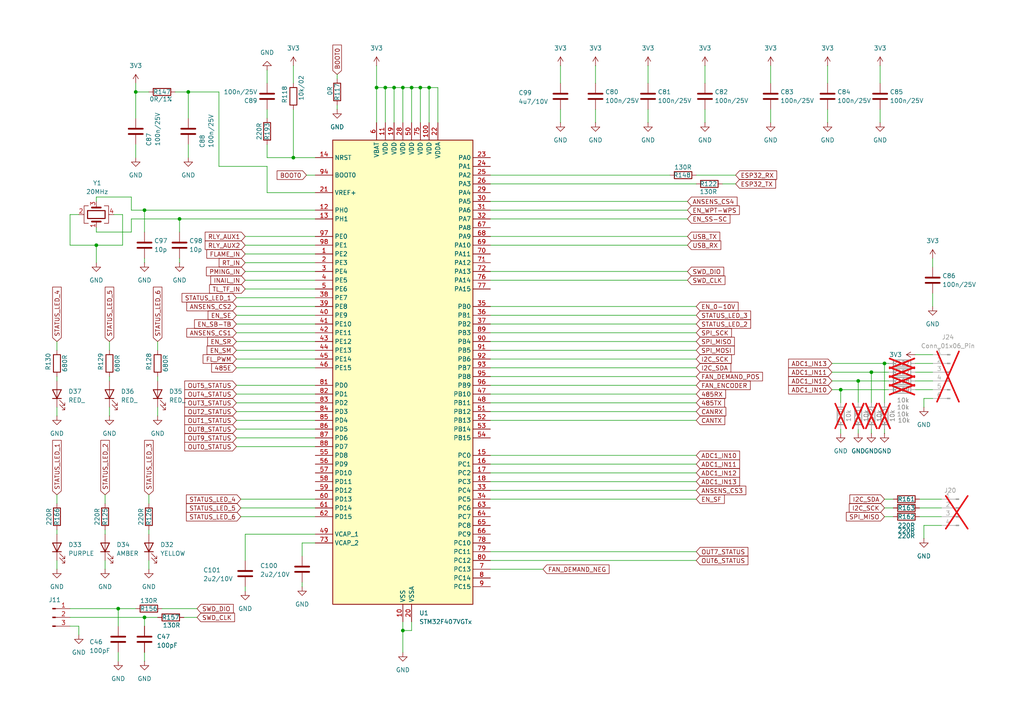
<source format=kicad_sch>
(kicad_sch (version 20250114) (generator "eeschema") (generator_version "9.0")
  (paper "A4")
  (junction (at 248.92 110.49))
  (junction (at 111.76 25.4))
  (junction (at 41.91 179.07))
  (junction (at 243.84 113.03))
  (junction (at 119.38 25.4))
  (junction (at 124.46 25.4))
  (junction (at 34.29 176.53))
  (junction (at 109.22 25.4))
  (junction (at 85.09 45.72))
  (junction (at 256.54 105.41))
  (junction (at 27.94 71.12))
  (junction (at 54.61 26.67))
  (junction (at 252.73 107.95))
  (junction (at 52.07 63.5))
  (junction (at 39.37 26.67))
  (junction (at 41.91 60.96))
  (junction (at 116.84 25.4))
  (junction (at 121.92 25.4))
  (junction (at 114.3 25.4))
  (junction (at 116.84 182.88))
  (wire (pts (xy 142.24 142.24) (xy 201.93 142.24)))
  (wire (pts (xy 27.94 67.31) (xy 38.1 67.31)))
  (wire (pts (xy 248.92 110.49) (xy 248.92 116.84)))
  (wire (pts (xy 20.32 181.61) (xy 22.86 181.61)))
  (wire (pts (xy 265.43 105.41) (xy 270.51 105.41)))
  (wire (pts (xy 20.32 176.53) (xy 34.29 176.53)))
  (wire (pts (xy 87.63 168.91) (xy 87.63 170.18)))
  (wire (pts (xy 142.24 58.42) (xy 199.39 58.42)))
  (wire (pts (xy 68.58 114.3) (xy 91.44 114.3)))
  (wire (pts (xy 116.84 182.88) (xy 119.38 182.88)))
  (wire (pts (xy 265.43 102.87) (xy 270.51 102.87)))
  (wire (pts (xy 255.27 19.05) (xy 255.27 24.13)))
  (wire (pts (xy 243.84 124.46) (xy 243.84 125.73)))
  (wire (pts (xy 142.24 160.02) (xy 201.93 160.02)))
  (wire (pts (xy 41.91 60.96) (xy 41.91 67.31)))
  (wire (pts (xy 162.56 31.75) (xy 162.56 35.56)))
  (wire (pts (xy 91.44 157.48) (xy 87.63 157.48)))
  (wire (pts (xy 71.12 71.12) (xy 91.44 71.12)))
  (wire (pts (xy 68.58 91.44) (xy 91.44 91.44)))
  (wire (pts (xy 142.24 109.22) (xy 201.93 109.22)))
  (wire (pts (xy 85.09 19.05) (xy 85.09 24.13)))
  (wire (pts (xy 30.48 153.67) (xy 30.48 154.94)))
  (wire (pts (xy 38.1 63.5) (xy 52.07 63.5)))
  (wire (pts (xy 43.18 143.51) (xy 43.18 146.05)))
  (wire (pts (xy 252.73 124.46) (xy 252.73 125.73)))
  (wire (pts (xy 71.12 83.82) (xy 91.44 83.82)))
  (wire (pts (xy 142.24 132.08) (xy 201.93 132.08)))
  (wire (pts (xy 265.43 110.49) (xy 270.51 110.49)))
  (wire (pts (xy 27.94 57.15) (xy 27.94 58.42)))
  (wire (pts (xy 41.91 189.23) (xy 41.91 191.77)))
  (wire (pts (xy 252.73 107.95) (xy 257.81 107.95)))
  (wire (pts (xy 142.24 119.38) (xy 201.93 119.38)))
  (wire (pts (xy 124.46 25.4) (xy 127 25.4)))
  (wire (pts (xy 85.09 45.72) (xy 85.09 31.75)))
  (wire (pts (xy 45.72 99.06) (xy 45.72 101.6)))
  (wire (pts (xy 270.51 74.93) (xy 270.51 77.47)))
  (wire (pts (xy 22.86 62.23) (xy 20.32 62.23)))
  (wire (pts (xy 114.3 25.4) (xy 116.84 25.4)))
  (wire (pts (xy 121.92 25.4) (xy 121.92 35.56)))
  (wire (pts (xy 119.38 180.34) (xy 119.38 182.88)))
  (wire (pts (xy 256.54 147.32) (xy 259.08 147.32)))
  (wire (pts (xy 39.37 41.91) (xy 39.37 45.72)))
  (wire (pts (xy 142.24 106.68) (xy 201.93 106.68)))
  (wire (pts (xy 111.76 25.4) (xy 114.3 25.4)))
  (wire (pts (xy 142.24 81.28) (xy 199.39 81.28)))
  (wire (pts (xy 68.58 119.38) (xy 91.44 119.38)))
  (wire (pts (xy 142.24 68.58) (xy 199.39 68.58)))
  (wire (pts (xy 39.37 24.13) (xy 39.37 26.67)))
  (wire (pts (xy 97.79 30.48) (xy 97.79 31.75)))
  (wire (pts (xy 34.29 176.53) (xy 39.37 176.53)))
  (wire (pts (xy 142.24 162.56) (xy 201.93 162.56)))
  (wire (pts (xy 241.3 110.49) (xy 248.92 110.49)))
  (wire (pts (xy 69.85 147.32) (xy 91.44 147.32)))
  (wire (pts (xy 16.51 118.11) (xy 16.51 120.65)))
  (wire (pts (xy 142.24 60.96) (xy 199.39 60.96)))
  (wire (pts (xy 142.24 99.06) (xy 201.93 99.06)))
  (wire (pts (xy 267.97 152.4) (xy 267.97 156.21)))
  (wire (pts (xy 35.56 62.23) (xy 35.56 71.12)))
  (wire (pts (xy 187.96 19.05) (xy 187.96 24.13)))
  (wire (pts (xy 142.24 134.62) (xy 201.93 134.62)))
  (wire (pts (xy 45.72 109.22) (xy 45.72 110.49)))
  (wire (pts (xy 111.76 35.56) (xy 111.76 25.4)))
  (wire (pts (xy 63.5 26.67) (xy 63.5 48.26)))
  (wire (pts (xy 201.93 50.8) (xy 213.36 50.8)))
  (wire (pts (xy 77.47 55.88) (xy 77.47 48.26)))
  (wire (pts (xy 142.24 91.44) (xy 201.93 91.44)))
  (wire (pts (xy 142.24 63.5) (xy 199.39 63.5)))
  (wire (pts (xy 252.73 107.95) (xy 252.73 116.84)))
  (wire (pts (xy 142.24 137.16) (xy 201.93 137.16)))
  (wire (pts (xy 41.91 179.07) (xy 45.72 179.07)))
  (wire (pts (xy 22.86 181.61) (xy 22.86 184.15)))
  (wire (pts (xy 142.24 121.92) (xy 201.93 121.92)))
  (wire (pts (xy 270.51 115.57) (xy 267.97 115.57)))
  (wire (pts (xy 114.3 35.56) (xy 114.3 25.4)))
  (wire (pts (xy 16.51 99.06) (xy 16.51 101.6)))
  (wire (pts (xy 53.34 179.07) (xy 57.15 179.07)))
  (wire (pts (xy 68.58 116.84) (xy 91.44 116.84)))
  (wire (pts (xy 121.92 25.4) (xy 124.46 25.4)))
  (wire (pts (xy 68.58 96.52) (xy 91.44 96.52)))
  (wire (pts (xy 142.24 116.84) (xy 201.93 116.84)))
  (wire (pts (xy 77.47 41.91) (xy 77.47 45.72)))
  (wire (pts (xy 116.84 25.4) (xy 116.84 35.56)))
  (wire (pts (xy 77.47 31.75) (xy 77.47 34.29)))
  (wire (pts (xy 109.22 19.05) (xy 109.22 25.4)))
  (wire (pts (xy 266.7 147.32) (xy 273.05 147.32)))
  (wire (pts (xy 68.58 93.98) (xy 91.44 93.98)))
  (wire (pts (xy 52.07 74.93) (xy 52.07 76.2)))
  (wire (pts (xy 54.61 26.67) (xy 54.61 34.29)))
  (wire (pts (xy 20.32 179.07) (xy 41.91 179.07)))
  (wire (pts (xy 142.24 114.3) (xy 201.93 114.3)))
  (wire (pts (xy 68.58 101.6) (xy 91.44 101.6)))
  (wire (pts (xy 87.63 157.48) (xy 87.63 161.29)))
  (wire (pts (xy 27.94 66.04) (xy 27.94 67.31)))
  (wire (pts (xy 142.24 111.76) (xy 201.93 111.76)))
  (wire (pts (xy 41.91 179.07) (xy 41.91 181.61)))
  (wire (pts (xy 54.61 26.67) (xy 63.5 26.67)))
  (wire (pts (xy 265.43 107.95) (xy 270.51 107.95)))
  (wire (pts (xy 38.1 67.31) (xy 38.1 63.5)))
  (wire (pts (xy 33.02 62.23) (xy 35.56 62.23)))
  (wire (pts (xy 256.54 149.86) (xy 259.08 149.86)))
  (wire (pts (xy 187.96 31.75) (xy 187.96 35.56)))
  (wire (pts (xy 109.22 25.4) (xy 111.76 25.4)))
  (wire (pts (xy 91.44 154.94) (xy 71.12 154.94)))
  (wire (pts (xy 71.12 78.74) (xy 91.44 78.74)))
  (wire (pts (xy 142.24 93.98) (xy 201.93 93.98)))
  (wire (pts (xy 91.44 45.72) (xy 85.09 45.72)))
  (wire (pts (xy 124.46 25.4) (xy 124.46 35.56)))
  (wire (pts (xy 38.1 60.96) (xy 41.91 60.96)))
  (wire (pts (xy 172.72 31.75) (xy 172.72 35.56)))
  (wire (pts (xy 256.54 144.78) (xy 259.08 144.78)))
  (wire (pts (xy 68.58 121.92) (xy 91.44 121.92)))
  (wire (pts (xy 30.48 162.56) (xy 30.48 165.1)))
  (wire (pts (xy 68.58 86.36) (xy 91.44 86.36)))
  (wire (pts (xy 240.03 19.05) (xy 240.03 24.13)))
  (wire (pts (xy 71.12 170.18) (xy 71.12 171.45)))
  (wire (pts (xy 273.05 152.4) (xy 267.97 152.4)))
  (wire (pts (xy 31.75 99.06) (xy 31.75 101.6)))
  (wire (pts (xy 142.24 71.12) (xy 199.39 71.12)))
  (wire (pts (xy 20.32 62.23) (xy 20.32 71.12)))
  (wire (pts (xy 16.51 143.51) (xy 16.51 146.05)))
  (wire (pts (xy 16.51 153.67) (xy 16.51 154.94)))
  (wire (pts (xy 204.47 31.75) (xy 204.47 35.56)))
  (wire (pts (xy 41.91 74.93) (xy 41.91 76.2)))
  (wire (pts (xy 142.24 53.34) (xy 201.93 53.34)))
  (wire (pts (xy 20.32 71.12) (xy 27.94 71.12)))
  (wire (pts (xy 142.24 144.78) (xy 201.93 144.78)))
  (wire (pts (xy 31.75 118.11) (xy 31.75 120.65)))
  (wire (pts (xy 223.52 31.75) (xy 223.52 35.56)))
  (wire (pts (xy 267.97 115.57) (xy 267.97 118.11)))
  (wire (pts (xy 71.12 73.66) (xy 91.44 73.66)))
  (wire (pts (xy 31.75 109.22) (xy 31.75 110.49)))
  (wire (pts (xy 142.24 88.9) (xy 201.93 88.9)))
  (wire (pts (xy 256.54 105.41) (xy 257.81 105.41)))
  (wire (pts (xy 88.9 50.8) (xy 91.44 50.8)))
  (wire (pts (xy 46.99 176.53) (xy 57.15 176.53)))
  (wire (pts (xy 223.52 19.05) (xy 223.52 24.13)))
  (wire (pts (xy 69.85 144.78) (xy 91.44 144.78)))
  (wire (pts (xy 241.3 113.03) (xy 243.84 113.03)))
  (wire (pts (xy 119.38 25.4) (xy 119.38 35.56)))
  (wire (pts (xy 77.47 24.13) (xy 77.47 20.32)))
  (wire (pts (xy 142.24 78.74) (xy 199.39 78.74)))
  (wire (pts (xy 256.54 105.41) (xy 256.54 116.84)))
  (wire (pts (xy 43.18 26.67) (xy 39.37 26.67)))
  (wire (pts (xy 270.51 85.09) (xy 270.51 88.9)))
  (wire (pts (xy 243.84 113.03) (xy 257.81 113.03)))
  (wire (pts (xy 16.51 109.22) (xy 16.51 110.49)))
  (wire (pts (xy 256.54 124.46) (xy 256.54 125.73)))
  (wire (pts (xy 119.38 25.4) (xy 121.92 25.4)))
  (wire (pts (xy 71.12 154.94) (xy 71.12 162.56)))
  (wire (pts (xy 204.47 19.05) (xy 204.47 24.13)))
  (wire (pts (xy 172.72 19.05) (xy 172.72 24.13)))
  (wire (pts (xy 68.58 106.68) (xy 91.44 106.68)))
  (wire (pts (xy 38.1 57.15) (xy 27.94 57.15)))
  (wire (pts (xy 142.24 165.1) (xy 157.48 165.1)))
  (wire (pts (xy 266.7 149.86) (xy 273.05 149.86)))
  (wire (pts (xy 241.3 105.41) (xy 256.54 105.41)))
  (wire (pts (xy 68.58 129.54) (xy 91.44 129.54)))
  (wire (pts (xy 142.24 50.8) (xy 194.31 50.8)))
  (wire (pts (xy 50.8 26.67) (xy 54.61 26.67)))
  (wire (pts (xy 77.47 45.72) (xy 85.09 45.72)))
  (wire (pts (xy 142.24 96.52) (xy 201.93 96.52)))
  (wire (pts (xy 162.56 19.05) (xy 162.56 24.13)))
  (wire (pts (xy 16.51 162.56) (xy 16.51 165.1)))
  (wire (pts (xy 71.12 81.28) (xy 91.44 81.28)))
  (wire (pts (xy 68.58 99.06) (xy 91.44 99.06)))
  (wire (pts (xy 243.84 113.03) (xy 243.84 116.84)))
  (wire (pts (xy 69.85 149.86) (xy 91.44 149.86)))
  (wire (pts (xy 68.58 127) (xy 91.44 127)))
  (wire (pts (xy 97.79 21.59) (xy 97.79 22.86)))
  (wire (pts (xy 68.58 111.76) (xy 91.44 111.76)))
  (wire (pts (xy 34.29 176.53) (xy 34.29 181.61)))
  (wire (pts (xy 248.92 124.46) (xy 248.92 125.73)))
  (wire (pts (xy 43.18 153.67) (xy 43.18 154.94)))
  (wire (pts (xy 142.24 139.7) (xy 201.93 139.7)))
  (wire (pts (xy 34.29 189.23) (xy 34.29 191.77)))
  (wire (pts (xy 142.24 101.6) (xy 201.93 101.6)))
  (wire (pts (xy 54.61 41.91) (xy 54.61 45.72)))
  (wire (pts (xy 52.07 63.5) (xy 91.44 63.5)))
  (wire (pts (xy 255.27 31.75) (xy 255.27 35.56)))
  (wire (pts (xy 241.3 107.95) (xy 252.73 107.95)))
  (wire (pts (xy 71.12 76.2) (xy 91.44 76.2)))
  (wire (pts (xy 43.18 162.56) (xy 43.18 165.1)))
  (wire (pts (xy 266.7 144.78) (xy 273.05 144.78)))
  (wire (pts (xy 116.84 25.4) (xy 119.38 25.4)))
  (wire (pts (xy 45.72 118.11) (xy 45.72 120.65)))
  (wire (pts (xy 77.47 48.26) (xy 63.5 48.26)))
  (wire (pts (xy 142.24 104.14) (xy 201.93 104.14)))
  (wire (pts (xy 116.84 180.34) (xy 116.84 182.88)))
  (wire (pts (xy 68.58 104.14) (xy 91.44 104.14)))
  (wire (pts (xy 41.91 60.96) (xy 91.44 60.96)))
  (wire (pts (xy 209.55 53.34) (xy 213.36 53.34)))
  (wire (pts (xy 91.44 55.88) (xy 77.47 55.88)))
  (wire (pts (xy 68.58 124.46) (xy 91.44 124.46)))
  (wire (pts (xy 127 35.56) (xy 127 25.4)))
  (wire (pts (xy 116.84 182.88) (xy 116.84 189.23)))
  (wire (pts (xy 30.48 143.51) (xy 30.48 146.05)))
  (wire (pts (xy 27.94 71.12) (xy 27.94 76.2)))
  (wire (pts (xy 265.43 113.03) (xy 270.51 113.03)))
  (wire (pts (xy 38.1 60.96) (xy 38.1 57.15)))
  (wire (pts (xy 71.12 68.58) (xy 91.44 68.58)))
  (wire (pts (xy 68.58 88.9) (xy 91.44 88.9)))
  (wire (pts (xy 52.07 63.5) (xy 52.07 67.31)))
  (wire (pts (xy 248.92 110.49) (xy 257.81 110.49)))
  (wire (pts (xy 39.37 26.67) (xy 39.37 34.29)))
  (wire (pts (xy 27.94 71.12) (xy 35.56 71.12)))
  (wire (pts (xy 109.22 35.56) (xy 109.22 25.4)))
  (wire (pts (xy 240.03 31.75) (xy 240.03 35.56)))
  (global_label "ANSENS_CS2" (shape input) (at 68.58 88.9 180) (property "Intersheetrefs" "${INTERSHEET_REFS}" (effects (hide yes))))
  (global_label "SPI_MOSI" (shape input) (at 201.93 101.6 0) (property "Intersheetrefs" "${INTERSHEET_REFS}" (effects (hide yes))))
  (global_label "ESP32_RX" (shape input) (at 213.36 50.8 0) (property "Intersheetrefs" "${INTERSHEET_REFS}" (effects (hide yes))))
  (global_label "EN_SB-TB" (shape input) (at 68.58 93.98 180) (property "Intersheetrefs" "${INTERSHEET_REFS}" (effects (hide yes))))
  (global_label "EN_SR" (shape input) (at 68.58 99.06 180) (property "Intersheetrefs" "${INTERSHEET_REFS}" (effects (hide yes))))
  (global_label "USB_RX" (shape input) (at 199.39 71.12 0) (property "Intersheetrefs" "${INTERSHEET_REFS}" (effects (hide yes))))
  (global_label "OUT2_STATUS" (shape input) (at 68.58 119.38 180) (property "Intersheetrefs" "${INTERSHEET_REFS}" (effects (hide yes))))
  (global_label "PMING_IN" (shape input) (at 71.12 78.74 180) (property "Intersheetrefs" "${INTERSHEET_REFS}" (effects (hide yes))))
  (global_label "RLY_AUX1" (shape input) (at 71.12 68.58 180) (property "Intersheetrefs" "${INTERSHEET_REFS}" (effects (hide yes))))
  (global_label "SWD_DIO" (shape input) (at 57.15 176.53 0) (property "Intersheetrefs" "${INTERSHEET_REFS}" (effects (hide yes))))
  (global_label "FAN_DEMAND_POS" (shape input) (at 201.93 109.22 0) (property "Intersheetrefs" "${INTERSHEET_REFS}" (effects (hide yes))))
  (global_label "ADC1_IN10" (shape input) (at 201.93 132.08 0) (property "Intersheetrefs" "${INTERSHEET_REFS}" (effects (hide yes))))
  (global_label "OUT1_STATUS" (shape input) (at 68.58 121.92 180) (property "Intersheetrefs" "${INTERSHEET_REFS}" (effects (hide yes))))
  (global_label "OUT5_STATUS" (shape input) (at 68.58 111.76 180) (property "Intersheetrefs" "${INTERSHEET_REFS}" (effects (hide yes))))
  (global_label "SWD_CLK" (shape input) (at 57.15 179.07 0) (property "Intersheetrefs" "${INTERSHEET_REFS}" (effects (hide yes))))
  (global_label "BOOT0" (shape input) (at 88.9 50.8 180) (property "Intersheetrefs" "${INTERSHEET_REFS}" (effects (hide yes))))
  (global_label "SPI_MISO" (shape input) (at 256.54 149.86 180) (property "Intersheetrefs" "${INTERSHEET_REFS}" (effects (hide yes))))
  (global_label "ADC1_IN12" (shape input) (at 201.93 137.16 0) (property "Intersheetrefs" "${INTERSHEET_REFS}" (effects (hide yes))))
  (global_label "ADC1_IN11" (shape input) (at 241.3 107.95 180) (property "Intersheetrefs" "${INTERSHEET_REFS}" (effects (hide yes))))
  (global_label "EN_SS-SC" (shape input) (at 199.39 63.5 0) (property "Intersheetrefs" "${INTERSHEET_REFS}" (effects (hide yes))))
  (global_label "STATUS_LED_5" (shape input) (at 69.85 147.32 180) (property "Intersheetrefs" "${INTERSHEET_REFS}" (effects (hide yes))))
  (global_label "STATUS_LED_6" (shape input) (at 45.72 99.06 90) (property "Intersheetrefs" "${INTERSHEET_REFS}" (effects (hide yes))))
  (global_label "SWD_DIO" (shape input) (at 199.39 78.74 0) (property "Intersheetrefs" "${INTERSHEET_REFS}" (effects (hide yes))))
  (global_label "RLY_AUX2" (shape input) (at 71.12 71.12 180) (property "Intersheetrefs" "${INTERSHEET_REFS}" (effects (hide yes))))
  (global_label "FAN_DEMAND_NEG" (shape input) (at 157.48 165.1 0) (property "Intersheetrefs" "${INTERSHEET_REFS}" (effects (hide yes))))
  (global_label "ANSENS_CS1" (shape input) (at 68.58 96.52 180) (property "Intersheetrefs" "${INTERSHEET_REFS}" (effects (hide yes))))
  (global_label "ADC1_IN10" (shape input) (at 241.3 113.03 180) (property "Intersheetrefs" "${INTERSHEET_REFS}" (effects (hide yes))))
  (global_label "SPI_MISO" (shape input) (at 201.93 99.06 0) (property "Intersheetrefs" "${INTERSHEET_REFS}" (effects (hide yes))))
  (global_label "EN_SF" (shape input) (at 201.93 144.78 0) (property "Intersheetrefs" "${INTERSHEET_REFS}" (effects (hide yes))))
  (global_label "CANTX" (shape input) (at 201.93 121.92 0) (property "Intersheetrefs" "${INTERSHEET_REFS}" (effects (hide yes))))
  (global_label "EN_SE" (shape input) (at 68.58 91.44 180) (property "Intersheetrefs" "${INTERSHEET_REFS}" (effects (hide yes))))
  (global_label "OUT9_STATUS" (shape input) (at 68.58 127 180) (property "Intersheetrefs" "${INTERSHEET_REFS}" (effects (hide yes))))
  (global_label "STATUS_LED_4" (shape input) (at 16.51 99.06 90) (property "Intersheetrefs" "${INTERSHEET_REFS}" (effects (hide yes))))
  (global_label "CANRX" (shape input) (at 201.93 119.38 0) (property "Intersheetrefs" "${INTERSHEET_REFS}" (effects (hide yes))))
  (global_label "RT_IN" (shape input) (at 71.12 76.2 180) (property "Intersheetrefs" "${INTERSHEET_REFS}" (effects (hide yes))))
  (global_label "I2C_SDA" (shape input) (at 201.93 106.68 0) (property "Intersheetrefs" "${INTERSHEET_REFS}" (effects (hide yes))))
  (global_label "SWD_CLK" (shape input) (at 199.39 81.28 0) (property "Intersheetrefs" "${INTERSHEET_REFS}" (effects (hide yes))))
  (global_label "STATUS_LED_1" (shape input) (at 68.58 86.36 180) (property "Intersheetrefs" "${INTERSHEET_REFS}" (effects (hide yes))))
  (global_label "OUT3_STATUS" (shape input) (at 68.58 116.84 180) (property "Intersheetrefs" "${INTERSHEET_REFS}" (effects (hide yes))))
  (global_label "EN_WPT-WPS" (shape input) (at 199.39 60.96 0) (property "Intersheetrefs" "${INTERSHEET_REFS}" (effects (hide yes))))
  (global_label "STATUS_LED_2" (shape input) (at 30.48 143.51 90) (property "Intersheetrefs" "${INTERSHEET_REFS}" (effects (hide yes))))
  (global_label "STATUS_LED_3" (shape input) (at 201.93 91.44 0) (property "Intersheetrefs" "${INTERSHEET_REFS}" (effects (hide yes))))
  (global_label "TL_TF_IN" (shape input) (at 71.12 83.82 180) (property "Intersheetrefs" "${INTERSHEET_REFS}" (effects (hide yes))))
  (global_label "EN_SM" (shape input) (at 68.58 101.6 180) (property "Intersheetrefs" "${INTERSHEET_REFS}" (effects (hide yes))))
  (global_label "OUT7_STATUS" (shape input) (at 201.93 160.02 0) (property "Intersheetrefs" "${INTERSHEET_REFS}" (effects (hide yes))))
  (global_label "OUT6_STATUS" (shape input) (at 201.93 162.56 0) (property "Intersheetrefs" "${INTERSHEET_REFS}" (effects (hide yes))))
  (global_label "ADC1_IN12" (shape input) (at 241.3 110.49 180) (property "Intersheetrefs" "${INTERSHEET_REFS}" (effects (hide yes))))
  (global_label "ANSENS_CS4" (shape input) (at 199.39 58.42 0) (property "Intersheetrefs" "${INTERSHEET_REFS}" (effects (hide yes))))
  (global_label "USB_TX" (shape input) (at 199.39 68.58 0) (property "Intersheetrefs" "${INTERSHEET_REFS}" (effects (hide yes))))
  (global_label "485TX" (shape input) (at 201.93 116.84 0) (property "Intersheetrefs" "${INTERSHEET_REFS}" (effects (hide yes))))
  (global_label "STATUS_LED_4" (shape input) (at 69.85 144.78 180) (property "Intersheetrefs" "${INTERSHEET_REFS}" (effects (hide yes))))
  (global_label "OUT4_STATUS" (shape input) (at 68.58 114.3 180) (property "Intersheetrefs" "${INTERSHEET_REFS}" (effects (hide yes))))
  (global_label "STATUS_LED_6" (shape input) (at 69.85 149.86 180) (property "Intersheetrefs" "${INTERSHEET_REFS}" (effects (hide yes))))
  (global_label "INAIL_IN" (shape input) (at 71.12 81.28 180) (property "Intersheetrefs" "${INTERSHEET_REFS}" (effects (hide yes))))
  (global_label "I2C_SCK" (shape input) (at 201.93 104.14 0) (property "Intersheetrefs" "${INTERSHEET_REFS}" (effects (hide yes))))
  (global_label "ADC1_IN13" (shape input) (at 201.93 139.7 0) (property "Intersheetrefs" "${INTERSHEET_REFS}" (effects (hide yes))))
  (global_label "485RX" (shape input) (at 201.93 114.3 0) (property "Intersheetrefs" "${INTERSHEET_REFS}" (effects (hide yes))))
  (global_label "ADC1_IN11" (shape input) (at 201.93 134.62 0) (property "Intersheetrefs" "${INTERSHEET_REFS}" (effects (hide yes))))
  (global_label "STATUS_LED_5" (shape input) (at 31.75 99.06 90) (property "Intersheetrefs" "${INTERSHEET_REFS}" (effects (hide yes))))
  (global_label "ANSENS_CS3" (shape input) (at 201.93 142.24 0) (property "Intersheetrefs" "${INTERSHEET_REFS}" (effects (hide yes))))
  (global_label "ADC1_IN13" (shape input) (at 241.3 105.41 180) (property "Intersheetrefs" "${INTERSHEET_REFS}" (effects (hide yes))))
  (global_label "OUT0_STATUS" (shape input) (at 68.58 129.54 180) (property "Intersheetrefs" "${INTERSHEET_REFS}" (effects (hide yes))))
  (global_label "FLAME_IN" (shape input) (at 71.12 73.66 180) (property "Intersheetrefs" "${INTERSHEET_REFS}" (effects (hide yes))))
  (global_label "OUT8_STATUS" (shape input) (at 68.58 124.46 180) (property "Intersheetrefs" "${INTERSHEET_REFS}" (effects (hide yes))))
  (global_label "STATUS_LED_1" (shape input) (at 16.51 143.51 90) (property "Intersheetrefs" "${INTERSHEET_REFS}" (effects (hide yes))))
  (global_label "STATUS_LED_2" (shape input) (at 201.93 93.98 0) (property "Intersheetrefs" "${INTERSHEET_REFS}" (effects (hide yes))))
  (global_label "EN_0-10V" (shape input) (at 201.93 88.9 0) (property "Intersheetrefs" "${INTERSHEET_REFS}" (effects (hide yes))))
  (global_label "485E" (shape input) (at 68.58 106.68 180) (property "Intersheetrefs" "${INTERSHEET_REFS}" (effects (hide yes))))
  (global_label "FL_PWM" (shape input) (at 68.58 104.14 180) (property "Intersheetrefs" "${INTERSHEET_REFS}" (effects (hide yes))))
  (global_label "I2C_SCK" (shape input) (at 256.54 147.32 180) (property "Intersheetrefs" "${INTERSHEET_REFS}" (effects (hide yes))))
  (global_label "SPI_SCK" (shape input) (at 201.93 96.52 0) (property "Intersheetrefs" "${INTERSHEET_REFS}" (effects (hide yes))))
  (global_label "BOOT0" (shape input) (at 97.79 21.59 90) (property "Intersheetrefs" "${INTERSHEET_REFS}" (effects (hide yes))))
  (global_label "STATUS_LED_3" (shape input) (at 43.18 143.51 90) (property "Intersheetrefs" "${INTERSHEET_REFS}" (effects (hide yes))))
  (global_label "FAN_ENCODER" (shape input) (at 201.93 111.76 0) (property "Intersheetrefs" "${INTERSHEET_REFS}" (effects (hide yes))))
  (global_label "I2C_SDA" (shape input) (at 256.54 144.78 180) (property "Intersheetrefs" "${INTERSHEET_REFS}" (effects (hide yes))))
  (global_label "ESP32_TX" (shape input) (at 213.36 53.34 0) (property "Intersheetrefs" "${INTERSHEET_REFS}" (effects (hide yes))))
  (symbol (lib_id "power:GND") (at 116.84 189.23 0) (unit 1)
    (property "Reference" "#PWR0223" (effects (hide yes)))
    (property "Value" "GND" (at 116.84 194.31 0))
    (property "Description" "Power symbol creates a global label with name \"GND\" , ground" (effects (hide yes)))
  )
  (symbol (lib_id "Device:R") (at 49.53 179.07 90) (unit 1)
    (property "Reference" "R157" (at 52.07 179.07 90) (effects (justify left)))
    (property "Value" "130R" (at 52.324 181.356 90) (effects (justify left)))
    (property "Footprint" "Resistor_SMD:R_0603_1608Metric" (effects (hide yes)))
    (property "Description" "Resistor" (effects (hide yes)))
    (property "JLC_PN" "C22796" (effects (hide yes)))
  )
  (symbol (lib_id "Device:R") (at 261.62 110.49 270) (unit 1) (in_bom no) (dnp yes)
    (property "Reference" "R168" (at 258.826 110.49 90) (effects (justify left)))
    (property "Value" "10k" (at 260.096 120.142 90) (effects (justify left)))
    (property "Footprint" "Resistor_SMD:R_0402_1005Metric" (effects (hide yes)))
    (property "Description" "Resistor" (effects (hide yes)))
    (property "JLC_PN" "C25531" (effects (hide yes)))
  )
  (symbol (lib_id "Device:LED") (at 31.75 114.3 90) (unit 1)
    (property "Reference" "D36" (at 35.052 113.538 90) (effects (justify right)))
    (property "Value" "RED_" (at 35.052 116.078 90) (effects (justify right)))
    (property "Footprint" "LED_SMD:LED_0603_1608Metric" (effects (hide yes)))
    (property "Description" "Light emitting diode" (effects (hide yes)))
    (property "JLC_PN" "C2286" (effects (hide yes)))
  )
  (symbol (lib_id "Device:C") (at 240.03 27.94 0) (unit 1)
    (property "Reference" "C84" (at 242.824 26.67 0) (effects (justify left)))
    (property "Value" "100n/25V" (at 242.824 29.21 0) (effects (justify left)))
    (property "Footprint" "Capacitor_SMD:C_0402_1005Metric" (effects (hide yes)))
    (property "Description" "Unpolarized capacitor" (effects (hide yes)))
    (property "JLC_PN" "C77014" (effects (hide yes)))
  )
  (symbol (lib_id "Device:C") (at 223.52 27.94 0) (unit 1)
    (property "Reference" "C83" (at 226.314 26.67 0) (effects (justify left)))
    (property "Value" "100n/25V" (at 226.314 29.21 0) (effects (justify left)))
    (property "Footprint" "Capacitor_SMD:C_0402_1005Metric" (effects (hide yes)))
    (property "Description" "Unpolarized capacitor" (effects (hide yes)))
    (property "JLC_PN" "C77014" (effects (hide yes)))
  )
  (symbol (lib_id "Device:C") (at 162.56 27.94 0) (unit 1)
    (property "Reference" "C99" (at 150.368 26.924 0) (effects (justify left)))
    (property "Value" "4u7/10V" (at 150.368 29.464 0) (effects (justify left)))
    (property "Footprint" "Capacitor_SMD:C_0402_1005Metric" (effects (hide yes)))
    (property "Description" "Unpolarized capacitor" (effects (hide yes)))
    (property "JLC_PN" "C23733 " (effects (hide yes)))
  )
  (symbol (lib_id "power:GND") (at 16.51 120.65 0) (unit 1)
    (property "Reference" "#PWR0251" (effects (hide yes)))
    (property "Value" "GND" (at 16.51 125.73 0))
    (property "Description" "Power symbol creates a global label with name \"GND\" , ground" (effects (hide yes)))
  )
  (symbol (lib_id "power:GND") (at 255.27 35.56 0) (unit 1)
    (property "Reference" "#PWR0238" (effects (hide yes)))
    (property "Value" "GND" (at 255.27 40.64 0))
    (property "Description" "Power symbol creates a global label with name \"GND\" , ground" (effects (hide yes)))
  )
  (symbol (lib_id "Device:R") (at 262.89 149.86 90) (unit 1)
    (property "Reference" "R162" (at 265.43 149.86 90) (effects (justify left)))
    (property "Value" "220R" (at 265.43 155.448 90) (effects (justify left)))
    (property "Footprint" "Resistor_SMD:R_0402_1005Metric" (effects (hide yes)))
    (property "Description" "Resistor" (effects (hide yes)))
    (property "JLC_PN" "C1091" (effects (hide yes)))
  )
  (symbol (lib_id "Device:C") (at 270.51 81.28 0) (unit 1)
    (property "Reference" "C86" (at 273.304 80.01 0) (effects (justify left)))
    (property "Value" "100n/25V" (at 273.304 82.55 0) (effects (justify left)))
    (property "Footprint" "Capacitor_SMD:C_0402_1005Metric" (effects (hide yes)))
    (property "Description" "Unpolarized capacitor" (effects (hide yes)))
    (property "JLC_PN" "C77014" (effects (hide yes)))
  )
  (symbol (lib_id "power:GND") (at 243.84 125.73 0) (unit 1)
    (property "Reference" "#PWR0297" (effects (hide yes)))
    (property "Value" "GND" (at 243.84 130.81 0))
    (property "Description" "Power symbol creates a global label with name \"GND\" , ground" (effects (hide yes)))
  )
  (symbol (lib_id "power:GND") (at 162.56 35.56 0) (unit 1)
    (property "Reference" "#PWR0276" (effects (hide yes)))
    (property "Value" "GND" (at 162.56 40.64 0))
    (property "Description" "Power symbol creates a global label with name \"GND\" , ground" (effects (hide yes)))
  )
  (symbol (lib_id "Device:C") (at 34.29 185.42 0) (unit 1)
    (property "Reference" "C46" (at 25.908 186.182 0) (effects (justify left)))
    (property "Value" "100pF" (at 25.908 188.722 0) (effects (justify left)))
    (property "Footprint" "Capacitor_SMD:C_0402_1005Metric" (effects (hide yes)))
    (property "Description" "Unpolarized capacitor" (effects (hide yes)))
    (property "JLC_PN" "C1546 " (effects (hide yes)))
  )
  (symbol (lib_id "power:VCC") (at 162.56 19.05 0) (unit 1)
    (property "Reference" "#PWR0277" (effects (hide yes)))
    (property "Value" "3V3" (at 162.56 13.97 0))
    (property "Description" "Power symbol creates a global label with name \"VCC\"" (effects (hide yes)))
  )
  (symbol (lib_id "power:GND") (at 16.51 165.1 0) (unit 1)
    (property "Reference" "#PWR0247" (effects (hide yes)))
    (property "Value" "GND" (at 16.51 170.18 0))
    (property "Description" "Power symbol creates a global label with name \"GND\" , ground" (effects (hide yes)))
  )
  (symbol (lib_id "Device:LED") (at 30.48 158.75 90) (unit 1)
    (property "Reference" "D34" (at 33.782 157.988 90) (effects (justify right)))
    (property "Value" "AMBER" (at 33.782 160.528 90) (effects (justify right)))
    (property "Footprint" "LED_SMD:LED_0603_1608Metric" (effects (hide yes)))
    (property "Description" "Light emitting diode" (effects (hide yes)))
    (property "JLC_PN" "  C2286" (effects (hide yes)))
  )
  (symbol (lib_id "Device:R") (at 43.18 176.53 90) (unit 1)
    (property "Reference" "R156" (at 45.72 176.53 90) (effects (justify left)))
    (property "Value" "130R" (at 45.72 174.244 90) (effects (justify left)))
    (property "Footprint" "Resistor_SMD:R_0603_1608Metric" (effects (hide yes)))
    (property "Description" "Resistor" (effects (hide yes)))
    (property "JLC_PN" "C22796" (effects (hide yes)))
  )
  (symbol (lib_id "Connector:Conn_01x04_Pin") (at 278.13 147.32 0) (mirror y) (unit 1) (in_bom no) (dnp yes)
    (property "Reference" "J20" (at 275.59 142.24 0))
    (property "Value" "Conn_01x04_Pin" (effects (hide yes)))
    (property "Footprint" "Connector_PinHeader_2.54mm:PinHeader_2x02_P2.54mm_Vertical" (effects (hide yes)))
    (property "Description" "Generic connector, single row, 01x04, script generated" (effects (hide yes)))
  )
  (symbol (lib_id "Device:C") (at 255.27 27.94 0) (unit 1)
    (property "Reference" "C85" (at 258.064 26.67 0) (effects (justify left)))
    (property "Value" "100n/25V" (at 258.064 29.21 0) (effects (justify left)))
    (property "Footprint" "Capacitor_SMD:C_0402_1005Metric" (effects (hide yes)))
    (property "Description" "Unpolarized capacitor" (effects (hide yes)))
    (property "JLC_PN" "C77014" (effects (hide yes)))
  )
  (symbol (lib_id "power:GND") (at 30.48 165.1 0) (unit 1)
    (property "Reference" "#PWR0248" (effects (hide yes)))
    (property "Value" "GND" (at 30.48 170.18 0))
    (property "Description" "Power symbol creates a global label with name \"GND\" , ground" (effects (hide yes)))
  )
  (symbol (lib_id "power:VCC") (at 265.43 102.87 90) (unit 1)
    (property "Reference" "#PWR0226" (effects (hide yes)))
    (property "Value" "3V3" (at 261.62 102.8699 90) (effects (justify left)))
    (property "Description" "Power symbol creates a global label with name \"VCC\"" (effects (hide yes)))
  )
  (symbol (lib_id "Device:C") (at 71.12 166.37 0) (unit 1)
    (property "Reference" "C101" (at 58.928 165.354 0) (effects (justify left)))
    (property "Value" "2u2/10V" (at 58.928 167.894 0) (effects (justify left)))
    (property "Footprint" "Capacitor_SMD:C_0402_1005Metric" (effects (hide yes)))
    (property "Description" "Unpolarized capacitor" (effects (hide yes)))
    (property "JLC_PN" "C60078" (effects (hide yes)))
  )
  (symbol (lib_id "Device:R") (at 30.48 149.86 180) (unit 1)
    (property "Reference" "R125" (at 30.48 147.32 90) (effects (justify left)))
    (property "Value" "220R" (at 28.194 147.32 90) (effects (justify left)))
    (property "Footprint" "Resistor_SMD:R_0402_1005Metric" (effects (hide yes)))
    (property "Description" "Resistor" (effects (hide yes)))
    (property "JLC_PN" "C1091" (effects (hide yes)))
  )
  (symbol (lib_id "Device:LED") (at 45.72 114.3 90) (unit 1)
    (property "Reference" "D35" (at 49.022 113.538 90) (effects (justify right)))
    (property "Value" "RED_" (at 49.022 116.078 90) (effects (justify right)))
    (property "Footprint" "LED_SMD:LED_0603_1608Metric" (effects (hide yes)))
    (property "Description" "Light emitting diode" (effects (hide yes)))
    (property "JLC_PN" "C2286" (effects (hide yes)))
  )
  (symbol (lib_id "Device:R") (at 16.51 149.86 180) (unit 1)
    (property "Reference" "R166" (at 16.51 147.32 90) (effects (justify left)))
    (property "Value" "220R" (at 14.224 147.32 90) (effects (justify left)))
    (property "Footprint" "Resistor_SMD:R_0402_1005Metric" (effects (hide yes)))
    (property "Description" "Resistor" (effects (hide yes)))
    (property "JLC_PN" "C1091" (effects (hide yes)))
  )
  (symbol (lib_id "power:GND") (at 34.29 191.77 0) (unit 1)
    (property "Reference" "#PWR0166" (effects (hide yes)))
    (property "Value" "GND" (at 34.29 196.85 0))
    (property "Description" "Power symbol creates a global label with name \"GND\" , ground" (effects (hide yes)))
  )
  (symbol (lib_id "power:GND") (at 77.47 20.32 180) (unit 1)
    (property "Reference" "#PWR0243" (effects (hide yes)))
    (property "Value" "GND" (at 77.47 15.24 0))
    (property "Description" "Power symbol creates a global label with name \"GND\" , ground" (effects (hide yes)))
  )
  (symbol (lib_id "power:GND") (at 22.86 184.15 0) (unit 1)
    (property "Reference" "#PWR0289" (effects (hide yes)))
    (property "Value" "GND" (at 22.86 189.23 0))
    (property "Description" "Power symbol creates a global label with name \"GND\" , ground" (effects (hide yes)))
  )
  (symbol (lib_id "Device:LED") (at 16.51 114.3 90) (unit 1)
    (property "Reference" "D37" (at 19.812 113.538 90) (effects (justify right)))
    (property "Value" "RED_" (at 19.812 116.078 90) (effects (justify right)))
    (property "Footprint" "LED_SMD:LED_0603_1608Metric" (effects (hide yes)))
    (property "Description" "Light emitting diode" (effects (hide yes)))
    (property "JLC_PN" "C2286" (effects (hide yes)))
  )
  (symbol (lib_id "power:GND") (at 204.47 35.56 0) (unit 1)
    (property "Reference" "#PWR0230" (effects (hide yes)))
    (property "Value" "GND" (at 204.47 40.64 0))
    (property "Description" "Power symbol creates a global label with name \"GND\" , ground" (effects (hide yes)))
  )
  (symbol (lib_id "Device:R") (at 46.99 26.67 270) (unit 1)
    (property "Reference" "R147" (at 46.99 26.67 90))
    (property "Value" "0R/1%" (at 46.6708 28.7502 90))
    (property "Footprint" "Resistor_SMD:R_0603_1608Metric" (effects (hide yes)))
    (property "Description" "Resistor" (effects (hide yes)))
    (property "JLC_PN" "C21189" (effects (hide yes)))
  )
  (symbol (lib_id "power:GND") (at 256.54 125.73 0) (unit 1)
    (property "Reference" "#PWR0300" (effects (hide yes)))
    (property "Value" "GND" (at 256.54 130.81 0))
    (property "Description" "Power symbol creates a global label with name \"GND\" , ground" (effects (hide yes)))
  )
  (symbol (lib_id "power:GND") (at 187.96 35.56 0) (unit 1)
    (property "Reference" "#PWR0229" (effects (hide yes)))
    (property "Value" "GND" (at 187.96 40.64 0))
    (property "Description" "Power symbol creates a global label with name \"GND\" , ground" (effects (hide yes)))
  )
  (symbol (lib_id "power:GND") (at 248.92 125.73 0) (unit 1)
    (property "Reference" "#PWR0298" (effects (hide yes)))
    (property "Value" "GND" (at 248.92 130.81 0))
    (property "Description" "Power symbol creates a global label with name \"GND\" , ground" (effects (hide yes)))
  )
  (symbol (lib_id "power:GND") (at 41.91 76.2 0) (unit 1)
    (property "Reference" "#PWR0153" (effects (hide yes)))
    (property "Value" "GND" (at 41.91 81.28 0))
    (property "Description" "Power symbol creates a global label with name \"GND\" , ground" (effects (hide yes)))
  )
  (symbol (lib_id "Device:R") (at 85.09 27.94 0) (unit 1)
    (property "Reference" "R118" (at 82.55 29.972 90) (effects (justify left)))
    (property "Value" "10k/02" (at 87.376 29.21 90) (effects (justify left)))
    (property "Footprint" "Resistor_SMD:R_0402_1005Metric" (effects (hide yes)))
    (property "Description" "Resistor" (effects (hide yes)))
    (property "JLC_PN" "C25531" (effects (hide yes)))
  )
  (symbol (lib_id "Device:R") (at 262.89 144.78 90) (unit 1)
    (property "Reference" "R161" (at 265.43 144.78 90) (effects (justify left)))
    (property "Value" "220R" (at 265.43 152.4 90) (effects (justify left)))
    (property "Footprint" "Resistor_SMD:R_0402_1005Metric" (effects (hide yes)))
    (property "Description" "Resistor" (effects (hide yes)))
    (property "JLC_PN" "C1091" (effects (hide yes)))
  )
  (symbol (lib_id "Device:R") (at 256.54 120.65 0) (unit 1) (in_bom no) (dnp yes)
    (property "Reference" "R173" (at 256.54 123.444 90) (effects (justify left)))
    (property "Value" "10k" (at 258.826 122.428 90) (effects (justify left)))
    (property "Footprint" "Resistor_SMD:R_0402_1005Metric" (effects (hide yes)))
    (property "Description" "Resistor" (effects (hide yes)))
    (property "JLC_PN" "C25531" (effects (hide yes)))
  )
  (symbol (lib_id "Device:C") (at 172.72 27.94 0) (unit 1)
    (property "Reference" "C80" (at 175.514 26.67 0) (effects (justify left)))
    (property "Value" "100n/25V" (at 175.514 29.21 0) (effects (justify left)))
    (property "Footprint" "Capacitor_SMD:C_0402_1005Metric" (effects (hide yes)))
    (property "Description" "Unpolarized capacitor" (effects (hide yes)))
    (property "JLC_PN" "C77014" (effects (hide yes)))
  )
  (symbol (lib_id "power:GND") (at 97.79 31.75 0) (unit 1)
    (property "Reference" "#PWR0273" (effects (hide yes)))
    (property "Value" "GND" (at 97.79 36.83 0))
    (property "Description" "Power symbol creates a global label with name \"GND\" , ground" (effects (hide yes)))
  )
  (symbol (lib_id "power:GND") (at 71.12 171.45 0) (unit 1)
    (property "Reference" "#PWR0279" (effects (hide yes)))
    (property "Value" "GND" (at 71.12 176.53 0))
    (property "Description" "Power symbol creates a global label with name \"GND\" , ground" (effects (hide yes)))
  )
  (symbol (lib_id "MCU_ST_STM32F4:STM32F407VGTx") (at 116.84 109.22 0) (unit 1)
    (property "Reference" "U1" (at 121.5741 177.8 0) (effects (justify left)))
    (property "Value" "STM32F407VGTx" (at 121.5741 180.34 0) (effects (justify left)))
    (property "Footprint" "Package_QFP:LQFP-100_14x14mm_P0.5mm" (effects (hide yes)))
    (property "Datasheet" "https://www.st.com/resource/en/datasheet/stm32f407vg.pdf" (effects (hide yes)))
    (property "Description" "STMicroelectronics Arm Cortex-M4 MCU, 1024KB flash, 192KB RAM, 168 MHz, 1.8-3.6V, 82 GPIO, LQFP100" (effects (hide yes)))
    (property "JLC_PN" "C12345" (effects (hide yes)))
  )
  (symbol (lib_id "Connector:Conn_01x03_Pin") (at 15.24 179.07 0) (unit 1)
    (property "Reference" "J11" (at 15.875 173.99 0))
    (property "Value" "Conn_01x03_Pin" (effects (hide yes)))
    (property "Footprint" "Connector_PinHeader_2.54mm:PinHeader_1x03_P2.54mm_Vertical" (effects (hide yes)))
    (property "Description" "Generic connector, single row, 01x03, script generated" (effects (hide yes)))
    (property "JLC_PN" "C49257 " (effects (hide yes)))
  )
  (symbol (lib_id "power:VCC") (at 109.22 19.05 0) (unit 1)
    (property "Reference" "#PWR0225" (effects (hide yes)))
    (property "Value" "3V3" (at 109.22 13.97 0))
    (property "Description" "Power symbol creates a global label with name \"VCC\"" (effects (hide yes)))
  )
  (symbol (lib_id "Device:C") (at 54.61 38.1 0) (unit 1)
    (property "Reference" "C88" (at 58.674 42.926 90) (effects (justify left)))
    (property "Value" "100n/25V" (at 61.214 42.926 90) (effects (justify left)))
    (property "Footprint" "Capacitor_SMD:C_0402_1005Metric" (effects (hide yes)))
    (property "Description" "Unpolarized capacitor" (effects (hide yes)))
    (property "JLC_PN" "C77014" (effects (hide yes)))
  )
  (symbol (lib_id "Device:R") (at 97.79 26.67 180) (unit 1)
    (property "Reference" "R117" (at 97.79 26.67 90))
    (property "Value" "0R" (at 95.7098 26.3508 90))
    (property "Footprint" "Resistor_SMD:R_0402_1005Metric" (effects (hide yes)))
    (property "Description" "Resistor" (effects (hide yes)))
    (property "JLC_PN" "C17168" (effects (hide yes)))
  )
  (symbol (lib_id "power:VCC") (at 39.37 24.13 0) (unit 1)
    (property "Reference" "#PWR0275" (effects (hide yes)))
    (property "Value" "3V3" (at 39.37 19.05 0))
    (property "Description" "Power symbol creates a global label with name \"VCC\"" (effects (hide yes)))
  )
  (symbol (lib_id "Device:R") (at 43.18 149.86 180) (unit 1)
    (property "Reference" "R126" (at 43.18 147.32 90) (effects (justify left)))
    (property "Value" "220R" (at 40.894 147.32 90) (effects (justify left)))
    (property "Footprint" "Resistor_SMD:R_0402_1005Metric" (effects (hide yes)))
    (property "Description" "Resistor" (effects (hide yes)))
    (property "JLC_PN" "C1091" (effects (hide yes)))
  )
  (symbol (lib_id "power:GND") (at 31.75 120.65 0) (unit 1)
    (property "Reference" "#PWR0250" (effects (hide yes)))
    (property "Value" "GND" (at 31.75 125.73 0))
    (property "Description" "Power symbol creates a global label with name \"GND\" , ground" (effects (hide yes)))
  )
  (symbol (lib_id "power:GND") (at 54.61 45.72 0) (unit 1)
    (property "Reference" "#PWR0242" (effects (hide yes)))
    (property "Value" "GND" (at 54.61 50.8 0))
    (property "Description" "Power symbol creates a global label with name \"GND\" , ground" (effects (hide yes)))
  )
  (symbol (lib_id "Device:C") (at 52.07 71.12 0) (unit 1)
    (property "Reference" "C98" (at 54.864 69.85 0) (effects (justify left)))
    (property "Value" "10p" (at 54.864 72.39 0) (effects (justify left)))
    (property "Footprint" "Capacitor_SMD:C_0402_1005Metric" (effects (hide yes)))
    (property "Description" "Unpolarized capacitor" (effects (hide yes)))
    (property "JLC_PN" "C1545 " (effects (hide yes)))
  )
  (symbol (lib_id "power:GND") (at 172.72 35.56 0) (unit 1)
    (property "Reference" "#PWR0227" (effects (hide yes)))
    (property "Value" "GND" (at 172.72 40.64 0))
    (property "Description" "Power symbol creates a global label with name \"GND\" , ground" (effects (hide yes)))
  )
  (symbol (lib_id "Device:R") (at 262.89 147.32 90) (unit 1)
    (property "Reference" "R163" (at 265.43 147.32 90) (effects (justify left)))
    (property "Value" "220R" (at 265.43 153.924 90) (effects (justify left)))
    (property "Footprint" "Resistor_SMD:R_0402_1005Metric" (effects (hide yes)))
    (property "Description" "Resistor" (effects (hide yes)))
    (property "JLC_PN" "C1091" (effects (hide yes)))
  )
  (symbol (lib_id "power:VCC") (at 187.96 19.05 0) (unit 1)
    (property "Reference" "#PWR0231" (effects (hide yes)))
    (property "Value" "3V3" (at 187.96 13.97 0))
    (property "Description" "Power symbol creates a global label with name \"VCC\"" (effects (hide yes)))
  )
  (symbol (lib_id "power:GND") (at 52.07 76.2 0) (unit 1)
    (property "Reference" "#PWR0272" (effects (hide yes)))
    (property "Value" "GND" (at 52.07 81.28 0))
    (property "Description" "Power symbol creates a global label with name \"GND\" , ground" (effects (hide yes)))
  )
  (symbol (lib_id "power:GND") (at 252.73 125.73 0) (unit 1)
    (property "Reference" "#PWR0299" (effects (hide yes)))
    (property "Value" "GND" (at 252.73 130.81 0))
    (property "Description" "Power symbol creates a global label with name \"GND\" , ground" (effects (hide yes)))
  )
  (symbol (lib_id "power:GND") (at 267.97 118.11 0) (unit 1)
    (property "Reference" "#PWR0224" (effects (hide yes)))
    (property "Value" "GND" (at 267.97 123.19 0))
    (property "Description" "Power symbol creates a global label with name \"GND\" , ground" (effects (hide yes)))
  )
  (symbol (lib_id "Device:C") (at 87.63 165.1 0) (unit 1)
    (property "Reference" "C100" (at 75.438 164.084 0) (effects (justify left)))
    (property "Value" "2u2/10V" (at 75.438 166.624 0) (effects (justify left)))
    (property "Footprint" "Capacitor_SMD:C_0402_1005Metric" (effects (hide yes)))
    (property "Description" "Unpolarized capacitor" (effects (hide yes)))
    (property "JLC_PN" "C60078" (effects (hide yes)))
  )
  (symbol (lib_id "power:GND") (at 39.37 45.72 0) (unit 1)
    (property "Reference" "#PWR0241" (effects (hide yes)))
    (property "Value" "GND" (at 39.37 50.8 0))
    (property "Description" "Power symbol creates a global label with name \"GND\" , ground" (effects (hide yes)))
  )
  (symbol (lib_id "power:GND") (at 267.97 156.21 0) (unit 1)
    (property "Reference" "#PWR0291" (effects (hide yes)))
    (property "Value" "GND" (at 267.97 161.29 0))
    (property "Description" "Power symbol creates a global label with name \"GND\" , ground" (effects (hide yes)))
  )
  (symbol (lib_id "power:GND") (at 87.63 170.18 0) (unit 1)
    (property "Reference" "#PWR0278" (effects (hide yes)))
    (property "Value" "GND" (at 87.63 175.26 0))
    (property "Description" "Power symbol creates a global label with name \"GND\" , ground" (effects (hide yes)))
  )
  (symbol (lib_id "Device:R") (at 248.92 120.65 0) (unit 1) (in_bom no) (dnp yes)
    (property "Reference" "R171" (at 248.92 123.444 90) (effects (justify left)))
    (property "Value" "10k" (at 251.206 122.428 90) (effects (justify left)))
    (property "Footprint" "Resistor_SMD:R_0402_1005Metric" (effects (hide yes)))
    (property "Description" "Resistor" (effects (hide yes)))
    (property "JLC_PN" "C25531" (effects (hide yes)))
  )
  (symbol (lib_id "power:VCC") (at 85.09 19.05 0) (unit 1)
    (property "Reference" "#PWR0274" (effects (hide yes)))
    (property "Value" "3V3" (at 85.09 13.97 0))
    (property "Description" "Power symbol creates a global label with name \"VCC\"" (effects (hide yes)))
  )
  (symbol (lib_id "power:GND") (at 27.94 76.2 0) (unit 1)
    (property "Reference" "#PWR0322" (effects (hide yes)))
    (property "Value" "GND" (at 27.94 81.28 0))
    (property "Description" "Power symbol creates a global label with name \"GND\" , ground" (effects (hide yes)))
  )
  (symbol (lib_id "Device:R") (at 16.51 105.41 0) (unit 1)
    (property "Reference" "R130" (at 13.97 107.442 90) (effects (justify left)))
    (property "Value" "680R" (at 18.796 107.95 90) (effects (justify left)))
    (property "Footprint" "Resistor_SMD:R_0603_1608Metric" (effects (hide yes)))
    (property "Description" "Resistor" (effects (hide yes)))
    (property "JLC_PN" "C25177" (effects (hide yes)))
  )
  (symbol (lib_id "Device:R") (at 198.12 50.8 90) (unit 1)
    (property "Reference" "R148" (at 200.406 50.8 90) (effects (justify left)))
    (property "Value" "130R" (at 200.66 48.514 90) (effects (justify left)))
    (property "Footprint" "Resistor_SMD:R_0603_1608Metric" (effects (hide yes)))
    (property "Description" "Resistor" (effects (hide yes)))
    (property "JLC_PN" "C22796" (effects (hide yes)))
  )
  (symbol (lib_id "Device:R") (at 31.75 105.41 0) (unit 1)
    (property "Reference" "R129" (at 29.21 107.442 90) (effects (justify left)))
    (property "Value" "680R" (at 34.036 107.95 90) (effects (justify left)))
    (property "Footprint" "Resistor_SMD:R_0603_1608Metric" (effects (hide yes)))
    (property "Description" "Resistor" (effects (hide yes)))
    (property "JLC_PN" "C25177" (effects (hide yes)))
  )
  (symbol (lib_id "Device:C") (at 41.91 185.42 0) (unit 1)
    (property "Reference" "C47" (at 45.466 184.658 0) (effects (justify left)))
    (property "Value" "100pF" (at 45.466 187.198 0) (effects (justify left)))
    (property "Footprint" "Capacitor_SMD:C_0402_1005Metric" (effects (hide yes)))
    (property "Description" "Unpolarized capacitor" (effects (hide yes)))
    (property "JLC_PN" "C1546 " (effects (hide yes)))
  )
  (symbol (lib_id "Device:LED") (at 43.18 158.75 90) (unit 1)
    (property "Reference" "D32" (at 46.482 157.988 90) (effects (justify right)))
    (property "Value" "YELLOW" (at 46.482 160.528 90) (effects (justify right)))
    (property "Footprint" "LED_SMD:LED_0603_1608Metric" (effects (hide yes)))
    (property "Description" "Light emitting diode" (effects (hide yes)))
    (property "JLC_PN" "  C72038" (effects (hide yes)))
  )
  (symbol (lib_id "power:VCC") (at 172.72 19.05 0) (unit 1)
    (property "Reference" "#PWR0228" (effects (hide yes)))
    (property "Value" "3V3" (at 172.72 13.97 0))
    (property "Description" "Power symbol creates a global label with name \"VCC\"" (effects (hide yes)))
  )
  (symbol (lib_id "power:VCC") (at 255.27 19.05 0) (unit 1)
    (property "Reference" "#PWR0237" (effects (hide yes)))
    (property "Value" "3V3" (at 255.27 13.97 0))
    (property "Description" "Power symbol creates a global label with name \"VCC\"" (effects (hide yes)))
  )
  (symbol (lib_id "Device:R") (at 261.62 105.41 270) (unit 1) (in_bom no) (dnp yes)
    (property "Reference" "R127" (at 258.826 105.41 90) (effects (justify left)))
    (property "Value" "10k" (at 260.096 116.078 90) (effects (justify left)))
    (property "Footprint" "Resistor_SMD:R_0402_1005Metric" (effects (hide yes)))
    (property "Description" "Resistor" (effects (hide yes)))
    (property "JLC_PN" "C25531" (effects (hide yes)))
  )
  (symbol (lib_id "Device:R") (at 261.62 113.03 270) (unit 1) (in_bom no) (dnp yes)
    (property "Reference" "R169" (at 258.826 113.03 90) (effects (justify left)))
    (property "Value" "10k" (at 260.35 121.92 90) (effects (justify left)))
    (property "Footprint" "Resistor_SMD:R_0402_1005Metric" (effects (hide yes)))
    (property "Description" "Resistor" (effects (hide yes)))
    (property "JLC_PN" "C25531" (effects (hide yes)))
  )
  (symbol (lib_id "power:VCC") (at 223.52 19.05 0) (unit 1)
    (property "Reference" "#PWR0233" (effects (hide yes)))
    (property "Value" "3V3" (at 223.52 13.97 0))
    (property "Description" "Power symbol creates a global label with name \"VCC\"" (effects (hide yes)))
  )
  (symbol (lib_id "Device:R") (at 261.62 107.95 270) (unit 1) (in_bom no) (dnp yes)
    (property "Reference" "R167" (at 258.826 107.95 90) (effects (justify left)))
    (property "Value" "10k" (at 260.096 118.11 90) (effects (justify left)))
    (property "Footprint" "Resistor_SMD:R_0402_1005Metric" (effects (hide yes)))
    (property "Description" "Resistor" (effects (hide yes)))
    (property "JLC_PN" "C25531" (effects (hide yes)))
  )
  (symbol (lib_id "Device:R") (at 77.47 38.1 180) (unit 1)
    (property "Reference" "R193" (at 77.47 35.56 90) (effects (justify left)))
    (property "Value" "220R" (at 75.184 35.56 90) (effects (justify left)))
    (property "Footprint" "Resistor_SMD:R_0402_1005Metric" (effects (hide yes)))
    (property "Description" "Resistor" (effects (hide yes)))
    (property "JLC_PN" "C1091" (effects (hide yes)))
  )
  (symbol (lib_id "power:GND") (at 240.03 35.56 0) (unit 1)
    (property "Reference" "#PWR0236" (effects (hide yes)))
    (property "Value" "GND" (at 240.03 40.64 0))
    (property "Description" "Power symbol creates a global label with name \"GND\" , ground" (effects (hide yes)))
  )
  (symbol (lib_id "Device:C") (at 77.47 27.94 180) (unit 1)
    (property "Reference" "C89" (at 74.676 29.21 0) (effects (justify left)))
    (property "Value" "100n/25V" (at 74.676 26.67 0) (effects (justify left)))
    (property "Footprint" "Capacitor_SMD:C_0402_1005Metric" (effects (hide yes)))
    (property "Description" "Unpolarized capacitor" (effects (hide yes)))
    (property "JLC_PN" "C77014" (effects (hide yes)))
  )
  (symbol (lib_id "Device:R") (at 45.72 105.41 0) (unit 1)
    (property "Reference" "R128" (at 43.18 107.442 90) (effects (justify left)))
    (property "Value" "680R" (at 48.006 107.95 90) (effects (justify left)))
    (property "Footprint" "Resistor_SMD:R_0603_1608Metric" (effects (hide yes)))
    (property "Description" "Resistor" (effects (hide yes)))
    (property "JLC_PN" "C25177" (effects (hide yes)))
  )
  (symbol (lib_id "Device:C") (at 204.47 27.94 0) (unit 1)
    (property "Reference" "C82" (at 207.264 26.67 0) (effects (justify left)))
    (property "Value" "100n/25V" (at 207.264 29.21 0) (effects (justify left)))
    (property "Footprint" "Capacitor_SMD:C_0402_1005Metric" (effects (hide yes)))
    (property "Description" "Unpolarized capacitor" (effects (hide yes)))
    (property "JLC_PN" "C77014" (effects (hide yes)))
  )
  (symbol (lib_id "Device:C") (at 39.37 38.1 0) (unit 1)
    (property "Reference" "C87" (at 43.18 42.418 90) (effects (justify left)))
    (property "Value" "100n/25V" (at 45.72 42.418 90) (effects (justify left)))
    (property "Footprint" "Capacitor_SMD:C_0402_1005Metric" (effects (hide yes)))
    (property "Description" "Unpolarized capacitor" (effects (hide yes)))
    (property "JLC_PN" "C77014" (effects (hide yes)))
  )
  (symbol (lib_id "power:GND") (at 223.52 35.56 0) (unit 1)
    (property "Reference" "#PWR0234" (effects (hide yes)))
    (property "Value" "GND" (at 223.52 40.64 0))
    (property "Description" "Power symbol creates a global label with name \"GND\" , ground" (effects (hide yes)))
  )
  (symbol (lib_id "Device:R") (at 252.73 120.65 0) (unit 1) (in_bom no) (dnp yes)
    (property "Reference" "R172" (at 252.73 123.444 90) (effects (justify left)))
    (property "Value" "10k" (at 255.016 122.428 90) (effects (justify left)))
    (property "Footprint" "Resistor_SMD:R_0402_1005Metric" (effects (hide yes)))
    (property "Description" "Resistor" (effects (hide yes)))
    (property "JLC_PN" "C25531" (effects (hide yes)))
  )
  (symbol (lib_id "Device:Crystal_GND23") (at 27.94 62.23 90) (unit 1)
    (property "Reference" "Y1" (at 28.194 53.086 90))
    (property "Value" "20MHz" (at 28.194 55.626 90))
    (property "Footprint" "Crystal:Crystal_SMD_2016-4Pin_2.0x1.6mm" (effects (hide yes)))
    (property "Description" "Four pin crystal, GND on pins 2 and 3" (effects (hide yes)))
    (property "JLC_PN" "C1985446" (effects (hide yes)))
  )
  (symbol (lib_id "power:VCC") (at 240.03 19.05 0) (unit 1)
    (property "Reference" "#PWR0235" (effects (hide yes)))
    (property "Value" "3V3" (at 240.03 13.97 0))
    (property "Description" "Power symbol creates a global label with name \"VCC\"" (effects (hide yes)))
  )
  (symbol (lib_id "Connector:Conn_01x06_Pin") (at 275.59 107.95 0) (mirror y) (unit 1) (in_bom no) (dnp yes)
    (property "Reference" "J24" (at 274.955 97.79 0))
    (property "Value" "Conn_01x06_Pin" (at 274.955 100.33 0))
    (property "Footprint" "Connector_PinHeader_2.54mm:PinHeader_2x03_P2.54mm_Vertical" (effects (hide yes)))
    (property "Description" "Generic connector, single row, 01x06, script generated" (effects (hide yes)))
  )
  (symbol (lib_id "power:GND") (at 41.91 191.77 0) (unit 1)
    (property "Reference" "#PWR0323" (effects (hide yes)))
    (property "Value" "GND" (at 41.91 196.85 0))
    (property "Description" "Power symbol creates a global label with name \"GND\" , ground" (effects (hide yes)))
  )
  (symbol (lib_id "Device:LED") (at 16.51 158.75 90) (unit 1)
    (property "Reference" "D33" (at 19.812 157.988 90) (effects (justify right)))
    (property "Value" "PURPLE" (at 19.812 160.528 90) (effects (justify right)))
    (property "Footprint" "LED_SMD:LED_0603_1608Metric" (effects (hide yes)))
    (property "Description" "Light emitting diode" (effects (hide yes)))
    (property "JLC_PN" "  C2286" (effects (hide yes)))
  )
  (symbol (lib_id "Device:R") (at 243.84 120.65 0) (unit 1) (in_bom no) (dnp yes)
    (property "Reference" "R170" (at 243.84 123.444 90) (effects (justify left)))
    (property "Value" "10k" (at 246.126 122.428 90) (effects (justify left)))
    (property "Footprint" "Resistor_SMD:R_0402_1005Metric" (effects (hide yes)))
    (property "Description" "Resistor" (effects (hide yes)))
    (property "JLC_PN" "C25531" (effects (hide yes)))
  )
  (symbol (lib_id "power:GND") (at 45.72 120.65 0) (unit 1)
    (property "Reference" "#PWR0249" (effects (hide yes)))
    (property "Value" "GND" (at 45.72 125.73 0))
    (property "Description" "Power symbol creates a global label with name \"GND\" , ground" (effects (hide yes)))
  )
  (symbol (lib_id "power:VCC") (at 270.51 74.93 0) (unit 1)
    (property "Reference" "#PWR0239" (effects (hide yes)))
    (property "Value" "3V3" (at 270.51 69.85 0))
    (property "Description" "Power symbol creates a global label with name \"VCC\"" (effects (hide yes)))
  )
  (symbol (lib_id "power:VCC") (at 204.47 19.05 0) (unit 1)
    (property "Reference" "#PWR0232" (effects (hide yes)))
    (property "Value" "3V3" (at 204.47 13.97 0))
    (property "Description" "Power symbol creates a global label with name \"VCC\"" (effects (hide yes)))
  )
  (symbol (lib_id "Device:C") (at 187.96 27.94 0) (unit 1)
    (property "Reference" "C81" (at 190.754 26.67 0) (effects (justify left)))
    (property "Value" "100n/25V" (at 190.754 29.21 0) (effects (justify left)))
    (property "Footprint" "Capacitor_SMD:C_0402_1005Metric" (effects (hide yes)))
    (property "Description" "Unpolarized capacitor" (effects (hide yes)))
    (property "JLC_PN" "C77014" (effects (hide yes)))
  )
  (symbol (lib_id "power:GND") (at 270.51 88.9 0) (unit 1)
    (property "Reference" "#PWR0240" (effects (hide yes)))
    (property "Value" "GND" (at 270.51 93.98 0))
    (property "Description" "Power symbol creates a global label with name \"GND\" , ground" (effects (hide yes)))
  )
  (symbol (lib_id "Device:C") (at 41.91 71.12 0) (unit 1)
    (property "Reference" "C97" (at 44.704 69.85 0) (effects (justify left)))
    (property "Value" "10p" (at 44.704 72.39 0) (effects (justify left)))
    (property "Footprint" "Capacitor_SMD:C_0402_1005Metric" (effects (hide yes)))
    (property "Description" "Unpolarized capacitor" (effects (hide yes)))
    (property "JLC_PN" "C1545 " (effects (hide yes)))
  )
  (symbol (lib_id "Device:R") (at 205.74 53.34 90) (unit 1)
    (property "Reference" "R122" (at 208.026 53.34 90) (effects (justify left)))
    (property "Value" "130R" (at 208.026 55.626 90) (effects (justify left)))
    (property "Footprint" "Resistor_SMD:R_0603_1608Metric" (effects (hide yes)))
    (property "Description" "Resistor" (effects (hide yes)))
    (property "JLC_PN" "C22796" (effects (hide yes)))
  )
  (symbol (lib_id "power:GND") (at 43.18 165.1 0) (unit 1)
    (property "Reference" "#PWR0246" (effects (hide yes)))
    (property "Value" "GND" (at 43.18 170.18 0))
    (property "Description" "Power symbol creates a global label with name \"GND\" , ground" (effects (hide yes)))
  )
)
</source>
